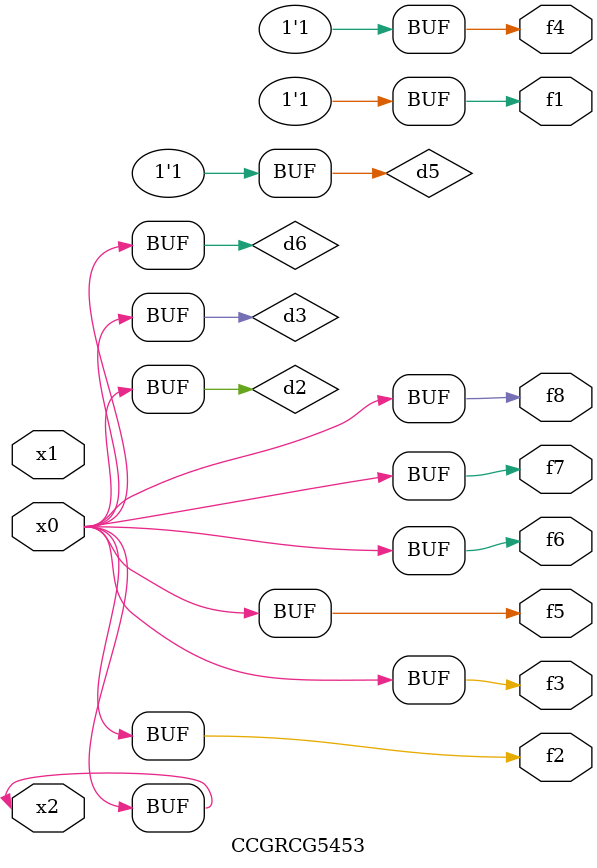
<source format=v>
module CCGRCG5453(
	input x0, x1, x2,
	output f1, f2, f3, f4, f5, f6, f7, f8
);

	wire d1, d2, d3, d4, d5, d6;

	xnor (d1, x2);
	buf (d2, x0, x2);
	and (d3, x0);
	xnor (d4, x1, x2);
	nand (d5, d1, d3);
	buf (d6, d2, d3);
	assign f1 = d5;
	assign f2 = d6;
	assign f3 = d6;
	assign f4 = d5;
	assign f5 = d6;
	assign f6 = d6;
	assign f7 = d6;
	assign f8 = d6;
endmodule

</source>
